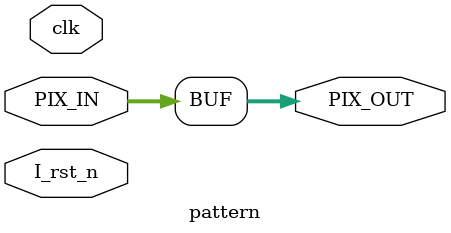
<source format=v>
module pattern
(
    input   clk, //27Mhz
    input   I_rst_n,
    input   [9:0] PIX_IN,      

    output [9:0]  PIX_OUT        
);

reg [9:0] pxt;

assign PIX_OUT = PIX_IN;
//==============================================================================
//Generate HS, VS, DE signals
always@(posedge clk  or negedge I_rst_n)
begin
    if(!I_rst_n)
        pxt = 0;
    else
        pxt = pxt + 1;
end

endmodule
</source>
